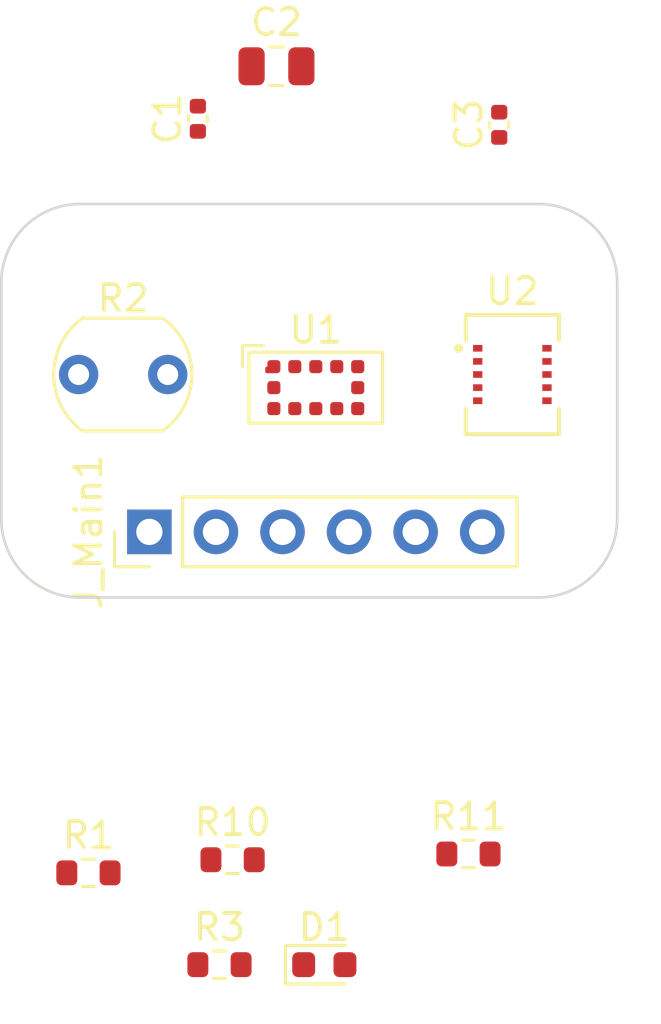
<source format=kicad_pcb>
(kicad_pcb (version 20211014) (generator pcbnew)
  (layers (0 "F.Cu" signal) (31 "B.Cu" signal) (34 "B.Paste" user) (35 "F.Paste" user) (36 "B.SilkS" user "B.Silkscreen") (37 "F.SilkS" user "F.Silkscreen") (38 "B.Mask" user) (39 "F.Mask" user) (44 "Edge.Cuts" user))
  (net 0 "")
  (net 1 "+3.3V")
  (net 2 "GND")
  (net 3 "Net-(D1-Pad2)")
  (net 4 "I2C SCL")
  (net 5 "I2C SDA")
  (net 6 "GIOP36")
  (footprint "OptoDevice:R_LDR_5.1x4.3mm_P3.4mm_Vertical" (layer "F.Cu") (at 86.45 102)
    (fp_text reference "R2" (at 1.7 -2.9) (layer "F.SilkS"))
    (fp_text value "R_Photo")
    (fp_line (start 0.15 -2.15) (end 3.2 -2.15) (layer "F.SilkS") (width 0.12))
    (fp_line (start 0.15 2.15) (end 3.2 2.15) (layer "F.SilkS") (width 0.12))
    (fp_arc (start 0.15 2.15) (mid -0.950438 -0.013368) (end 0.171766 -2.165525) (layer "F.SilkS") (width 0.12))
    (fp_arc (start 3.2 -2.15) (mid 4.321403 -0.027338) (end 3.244513 2.118249) (layer "F.SilkS") (width 0.12))
    (pad "1" thru_hole circle (at 0 0) (size 1.5 1.5) (drill 0.8) (layers *.Cu *.Mask) (net 6 "GIOP36"))
    (pad "2" thru_hole circle (at 3.4 0) (size 1.5 1.5) (drill 0.8) (layers *.Cu *.Mask) (net 2 "GND"))
  )
  (footprint "Sensor_Distance:ST_VL53L1x" (layer "F.Cu") (at 95.5 102.5)
    (fp_text reference "U1" (at 0 -2.2) (layer "F.SilkS"))
    (fp_text value "VL53L1CXV0FY1")
    (fp_line (start -2.8 -0.8) (end -2.8 -1.6) (layer "F.SilkS") (width 0.12))
    (fp_line (start 2.55 1.35) (end 2.55 -1.35) (layer "F.SilkS") (width 0.12))
    (fp_line (start -2.8 -1.6) (end -2 -1.6) (layer "F.SilkS") (width 0.12))
    (fp_line (start -2.55 -1.35) (end -2.55 1.35) (layer "F.SilkS") (width 0.12))
    (fp_line (start -2.55 1.35) (end 2.55 1.35) (layer "F.SilkS") (width 0.12))
    (fp_line (start 2.55 -1.35) (end -2.55 -1.35) (layer "F.SilkS") (width 0.12))
    (pad "1" smd roundrect (at -1.74 -0.675) (size 0.38 0.25) (layers "F.Cu" "F.Paste" "F.Mask") (net 1 "+3.3V"))
    (pad "1" smd roundrect (at -1.6 -0.8) (size 0.5 0.5) (layers "F.Cu" "F.Paste" "F.Mask") (net 1 "+3.3V"))
    (pad "2" smd roundrect (at -0.8 -0.8) (size 0.5 0.5) (layers "F.Cu" "F.Paste" "F.Mask") (net 2 "GND"))
    (pad "3" smd roundrect (at 0 -0.8) (size 0.5 0.5) (layers "F.Cu" "F.Paste" "F.Mask") (net 2 "GND"))
    (pad "4" smd roundrect (at 0.8 -0.8) (size 0.5 0.5) (layers "F.Cu" "F.Paste" "F.Mask") (net 2 "GND"))
    (pad "5" smd roundrect (at 1.6 -0.8) (size 0.5 0.5) (layers "F.Cu" "F.Paste" "F.Mask"))
    (pad "6" smd roundrect (at 1.6 0) (size 0.5 0.5) (layers "F.Cu" "F.Paste" "F.Mask") (net 2 "GND"))
    (pad "7" smd roundrect (at 1.6 0.8) (size 0.5 0.5) (layers "F.Cu" "F.Paste" "F.Mask"))
    (pad "8" smd roundrect (at 0.8 0.8) (size 0.5 0.5) (layers "F.Cu" "F.Paste" "F.Mask"))
    (pad "9" smd roundrect (at 0 0.8) (size 0.5 0.5) (layers "F.Cu" "F.Paste" "F.Mask") (net 5 "I2C SDA"))
    (pad "10" smd roundrect (at -0.8 0.8) (size 0.5 0.5) (layers "F.Cu" "F.Paste" "F.Mask") (net 4 "I2C SCL"))
    (pad "11" smd roundrect (at -1.6 0.8) (size 0.5 0.5) (layers "F.Cu" "F.Paste" "F.Mask") (net 1 "+3.3V"))
    (pad "12" smd roundrect (at -1.6 0) (size 0.5 0.5) (layers "F.Cu" "F.Paste" "F.Mask") (net 2 "GND"))
  )
  (footprint "Capacitor_SMD:C_0402_1005Metric" (layer "F.Cu") (at 102.5 92.48 90)
    (fp_text reference "C3" (at 0 -1.16 90) (layer "F.SilkS"))
    (fp_text value "0.1µF")
    (fp_line (start -0.107836 0.36) (end 0.107836 0.36) (layer "F.SilkS") (width 0.12))
    (fp_line (start -0.107836 -0.36) (end 0.107836 -0.36) (layer "F.SilkS") (width 0.12))
    (pad "1" smd roundrect (at -0.48 0 90) (size 0.56 0.62) (layers "F.Cu" "F.Paste" "F.Mask") (net 1 "+3.3V"))
    (pad "2" smd roundrect (at 0.48 0 90) (size 0.56 0.62) (layers "F.Cu" "F.Paste" "F.Mask") (net 2 "GND"))
  )
  (footprint "Resistor_SMD:R_0603_1608Metric" (layer "F.Cu") (at 101.325 120.28)
    (fp_text reference "R11" (at 0 -1.43) (layer "F.SilkS"))
    (fp_text value "10kΩ")
    (fp_line (start -0.237258 -0.5225) (end 0.237258 -0.5225) (layer "F.SilkS") (width 0.12))
    (fp_line (start -0.237258 0.5225) (end 0.237258 0.5225) (layer "F.SilkS") (width 0.12))
    (pad "1" smd roundrect (at -0.825 0) (size 0.8 0.95) (layers "F.Cu" "F.Paste" "F.Mask") (net 5 "I2C SDA"))
    (pad "2" smd roundrect (at 0.825 0) (size 0.8 0.95) (layers "F.Cu" "F.Paste" "F.Mask") (net 1 "+3.3V"))
  )
  (footprint "Resistor_SMD:R_0603_1608Metric" (layer "F.Cu") (at 86.825 121)
    (fp_text reference "R1" (at 0 -1.43) (layer "F.SilkS"))
    (fp_text value "10kΩ")
    (fp_line (start -0.237258 0.5225) (end 0.237258 0.5225) (layer "F.SilkS") (width 0.12))
    (fp_line (start -0.237258 -0.5225) (end 0.237258 -0.5225) (layer "F.SilkS") (width 0.12))
    (pad "1" smd roundrect (at -0.825 0) (size 0.8 0.95) (layers "F.Cu" "F.Paste" "F.Mask") (net 1 "+3.3V"))
    (pad "2" smd roundrect (at 0.825 0) (size 0.8 0.95) (layers "F.Cu" "F.Paste" "F.Mask") (net 6 "GIOP36"))
  )
  (footprint "STHS34PF80TR:OLGA-10_3P2X4P2_STM" (layer "F.Cu") (at 103 102)
    (fp_text reference "U2" (at 0 -3.175 unlocked) (layer "F.SilkS"))
    (fp_text value "STHS34PF80TR")
    (fp_line (start 1.778 -2.2733) (end -1.778 -2.2733) (layer "F.SilkS") (width 0.1524))
    (fp_line (start 1.778 -1.307698) (end 1.778 -2.2733) (layer "F.SilkS") (width 0.1524))
    (fp_line (start 1.778 2.2733) (end 1.778 1.307698) (layer "F.SilkS") (width 0.1524))
    (fp_line (start -1.778 1.307698) (end -1.778 2.2733) (layer "F.SilkS") (width 0.1524))
    (fp_line (start -1.778 -2.2733) (end -1.778 -1.307698) (layer "F.SilkS") (width 0.1524))
    (fp_line (start -1.778 2.2733) (end 1.778 2.2733) (layer "F.SilkS") (width 0.1524))
    (fp_circle (center -2.0494 -1) (end -1.9478 -1) (layer "F.SilkS") (width 0.1524) (fill none))
    (pad "1" smd rect (at -1.3208 -1.000001) (size 0.3556 0.254) (layers "F.Cu" "F.Paste" "F.Mask") (net 4 "I2C SCL"))
    (pad "2" smd rect (at -1.3208 -0.499999) (size 0.3556 0.254) (layers "F.Cu" "F.Paste" "F.Mask") (net 2 "GND"))
    (pad "3" smd rect (at -1.3208 0) (size 0.3556 0.254) (layers "F.Cu" "F.Paste" "F.Mask") (net 1 "+3.3V"))
    (pad "4" smd rect (at -1.3208 0.499999) (size 0.3556 0.254) (layers "F.Cu" "F.Paste" "F.Mask") (net 5 "I2C SDA"))
    (pad "5" smd rect (at -1.3208 1.000001) (size 0.3556 0.254) (layers "F.Cu" "F.Paste" "F.Mask"))
    (pad "6" smd rect (at 1.3208 1.000001) (size 0.3556 0.254) (layers "F.Cu" "F.Paste" "F.Mask") (net 1 "+3.3V"))
    (pad "7" smd rect (at 1.3208 0.499999) (size 0.3556 0.254) (layers "F.Cu" "F.Paste" "F.Mask") (net 2 "GND"))
    (pad "8" smd rect (at 1.3208 0) (size 0.3556 0.254) (layers "F.Cu" "F.Paste" "F.Mask") (net 2 "GND"))
    (pad "9" smd rect (at 1.3208 -0.499999) (size 0.3556 0.254) (layers "F.Cu" "F.Paste" "F.Mask") (net 1 "+3.3V"))
    (pad "10" smd rect (at 1.3208 -1.000001) (size 0.3556 0.254) (layers "F.Cu" "F.Paste" "F.Mask"))
  )
  (footprint "Resistor_SMD:R_0603_1608Metric" (layer "F.Cu") (at 92.325 120.5)
    (fp_text reference "R10" (at 0 -1.43) (layer "F.SilkS"))
    (fp_text value "10kΩ")
    (fp_line (start -0.237258 0.5225) (end 0.237258 0.5225) (layer "F.SilkS") (width 0.12))
    (fp_line (start -0.237258 -0.5225) (end 0.237258 -0.5225) (layer "F.SilkS") (width 0.12))
    (pad "1" smd roundrect (at -0.825 0) (size 0.8 0.95) (layers "F.Cu" "F.Paste" "F.Mask") (net 1 "+3.3V"))
    (pad "2" smd roundrect (at 0.825 0) (size 0.8 0.95) (layers "F.Cu" "F.Paste" "F.Mask") (net 4 "I2C SCL"))
  )
  (footprint "LED_SMD:LED_0603_1608Metric" (layer "F.Cu") (at 95.825 124.5)
    (fp_text reference "D1" (at 0 -1.43) (layer "F.SilkS"))
    (fp_text value "LED")
    (fp_line (start -1.485 -0.735) (end -1.485 0.735) (layer "F.SilkS") (width 0.12))
    (fp_line (start 0.8 -0.735) (end -1.485 -0.735) (layer "F.SilkS") (width 0.12))
    (fp_line (start -1.485 0.735) (end 0.8 0.735) (layer "F.SilkS") (width 0.12))
    (pad "1" smd roundrect (at -0.7875 0) (size 0.875 0.95) (layers "F.Cu" "F.Paste" "F.Mask") (net 2 "GND"))
    (pad "2" smd roundrect (at 0.7875 0) (size 0.875 0.95) (layers "F.Cu" "F.Paste" "F.Mask") (net 3 "Net-(D1-Pad2)"))
  )
  (footprint "Capacitor_SMD:C_0805_2012Metric" (layer "F.Cu") (at 94 90.25)
    (fp_text reference "C2" (at 0 -1.68) (layer "F.SilkS"))
    (fp_text value "4.7µF")
    (fp_line (start -0.261252 -0.735) (end 0.261252 -0.735) (layer "F.SilkS") (width 0.12))
    (fp_line (start -0.261252 0.735) (end 0.261252 0.735) (layer "F.SilkS") (width 0.12))
    (pad "1" smd roundrect (at -0.95 0) (size 1 1.45) (layers "F.Cu" "F.Paste" "F.Mask") (net 1 "+3.3V"))
    (pad "2" smd roundrect (at 0.95 0) (size 1 1.45) (layers "F.Cu" "F.Paste" "F.Mask") (net 2 "GND"))
  )
  (footprint "Connector_PinHeader_2.54mm:PinHeader_1x06_P2.54mm_Vertical" (layer "F.Cu") (at 89.15 108 90)
    (fp_text reference "J_Main1" (at 0 -2.33 90) (layer "F.SilkS"))
    (fp_text value "Conn_01x06")
    (fp_line (start -1.33 -1.33) (end 0 -1.33) (layer "F.SilkS") (width 0.12))
    (fp_line (start -1.33 0) (end -1.33 -1.33) (layer "F.SilkS") (width 0.12))
    (fp_line (start -1.33 1.27) (end 1.33 1.27) (layer "F.SilkS") (width 0.12))
    (fp_line (start -1.33 1.27) (end -1.33 14.03) (layer "F.SilkS") (width 0.12))
    (fp_line (start 1.33 1.27) (end 1.33 14.03) (layer "F.SilkS") (width 0.12))
    (fp_line (start -1.33 14.03) (end 1.33 14.03) (layer "F.SilkS") (width 0.12))
    (pad "1" thru_hole rect (at 0 0 90) (size 1.7 1.7) (drill 1) (layers *.Cu *.Mask) (net 2 "GND"))
    (pad "2" thru_hole oval (at 0 2.54 90) (size 1.7 1.7) (drill 1) (layers *.Cu *.Mask) (net 1 "+3.3V"))
    (pad "3" thru_hole oval (at 0 5.08 90) (size 1.7 1.7) (drill 1) (layers *.Cu *.Mask) (net 4 "I2C SCL"))
    (pad "4" thru_hole oval (at 0 7.62 90) (size 1.7 1.7) (drill 1) (layers *.Cu *.Mask) (net 5 "I2C SDA"))
    (pad "5" thru_hole oval (at 0 10.16 90) (size 1.7 1.7) (drill 1) (layers *.Cu *.Mask) (net 6 "GIOP36"))
    (pad "6" thru_hole oval (at 0 12.7 90) (size 1.7 1.7) (drill 1) (layers *.Cu *.Mask))
  )
  (footprint "Resistor_SMD:R_0603_1608Metric" (layer "F.Cu") (at 91.825 124.5)
    (fp_text reference "R3" (at 0 -1.43) (layer "F.SilkS"))
    (fp_text value "4.7kΩ")
    (fp_line (start -0.237258 0.5225) (end 0.237258 0.5225) (layer "F.SilkS") (width 0.12))
    (fp_line (start -0.237258 -0.5225) (end 0.237258 -0.5225) (layer "F.SilkS") (width 0.12))
    (pad "1" smd roundrect (at -0.825 0) (size 0.8 0.95) (layers "F.Cu" "F.Paste" "F.Mask") (net 3 "Net-(D1-Pad2)"))
    (pad "2" smd roundrect (at 0.825 0) (size 0.8 0.95) (layers "F.Cu" "F.Paste" "F.Mask") (net 1 "+3.3V"))
  )
  (footprint "Capacitor_SMD:C_0402_1005Metric" (layer "F.Cu") (at 91 92.25 90)
    (fp_text reference "C1" (at 0 -1.16 90) (layer "F.SilkS"))
    (fp_text value "0.1µF")
    (fp_line (start -0.107836 0.36) (end 0.107836 0.36) (layer "F.SilkS") (width 0.12))
    (fp_line (start -0.107836 -0.36) (end 0.107836 -0.36) (layer "F.SilkS") (width 0.12))
    (pad "1" smd roundrect (at -0.48 0 90) (size 0.56 0.62) (layers "F.Cu" "F.Paste" "F.Mask") (net 1 "+3.3V"))
    (pad "2" smd roundrect (at 0.48 0 90) (size 0.56 0.62) (layers "F.Cu" "F.Paste" "F.Mask") (net 2 "GND"))
  )
  (gr_arc (start 83.5 98.5) (mid 84.37868 96.37868) (end 86.5 95.5) (layer "Edge.Cuts") (width 0.1))
  (gr_line (start 83.5 107.5) (end 83.5 98.5) (layer "Edge.Cuts") (width 0.1))
  (gr_line (start 86.5 95.5) (end 104 95.5) (layer "Edge.Cuts") (width 0.1))
  (gr_line (start 107 98.5) (end 107 107.5) (layer "Edge.Cuts") (width 0.1))
  (gr_arc (start 86.5 110.5) (mid 84.37868 109.62132) (end 83.5 107.5) (layer "Edge.Cuts") (width 0.1))
  (gr_line (start 104 110.5) (end 86.5 110.5) (layer "Edge.Cuts") (width 0.1))
  (gr_arc (start 107 107.5) (mid 106.12132 109.62132) (end 104 110.5) (layer "Edge.Cuts") (width 0.1))
  (gr_arc (start 104 95.5) (mid 106.12132 96.37868) (end 107 98.5) (layer "Edge.Cuts") (width 0.1))
)
</source>
